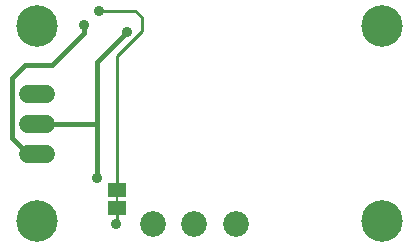
<source format=gbr>
G04 EAGLE Gerber RS-274X export*
G75*
%MOMM*%
%FSLAX34Y34*%
%LPD*%
%INBottom Copper*%
%IPPOS*%
%AMOC8*
5,1,8,0,0,1.08239X$1,22.5*%
G01*
%ADD10R,1.600200X1.168400*%
%ADD11R,0.203200X0.635000*%
%ADD12C,3.516000*%
%ADD13C,1.508000*%
%ADD14C,2.184400*%
%ADD15C,0.906400*%
%ADD16C,0.406400*%
%ADD17C,0.254000*%


D10*
X93345Y52070D03*
X93345Y36830D03*
D11*
X93345Y44450D03*
D12*
X317500Y25400D03*
X317500Y190500D03*
D13*
X32940Y133350D02*
X17860Y133350D01*
X17860Y107950D02*
X32940Y107950D01*
X32940Y82550D02*
X17860Y82550D01*
D12*
X25400Y190500D03*
X25400Y25400D03*
D14*
X193750Y22860D03*
X158750Y22860D03*
X123750Y22860D03*
D15*
X65722Y191396D03*
D16*
X65722Y185102D01*
X38100Y157480D02*
X15240Y157480D01*
X4572Y146812D01*
X17780Y82550D02*
X25400Y82550D01*
X38100Y157480D02*
X65722Y185102D01*
X4572Y146812D02*
X4572Y95758D01*
X17780Y82550D01*
D15*
X78105Y203675D03*
D17*
X108745Y203675D01*
X114300Y198120D01*
X114300Y186690D01*
X93345Y165735D02*
X93345Y52070D01*
X93345Y165735D02*
X114300Y186690D01*
D15*
X92710Y22860D03*
D17*
X93345Y23495D02*
X93345Y36830D01*
X93345Y23495D02*
X92710Y22860D01*
D15*
X101600Y185420D03*
D16*
X76200Y160020D01*
D15*
X76200Y62230D03*
D16*
X76200Y107950D02*
X76200Y160020D01*
X76200Y107950D02*
X76200Y62230D01*
X76200Y107950D02*
X25400Y107950D01*
M02*

</source>
